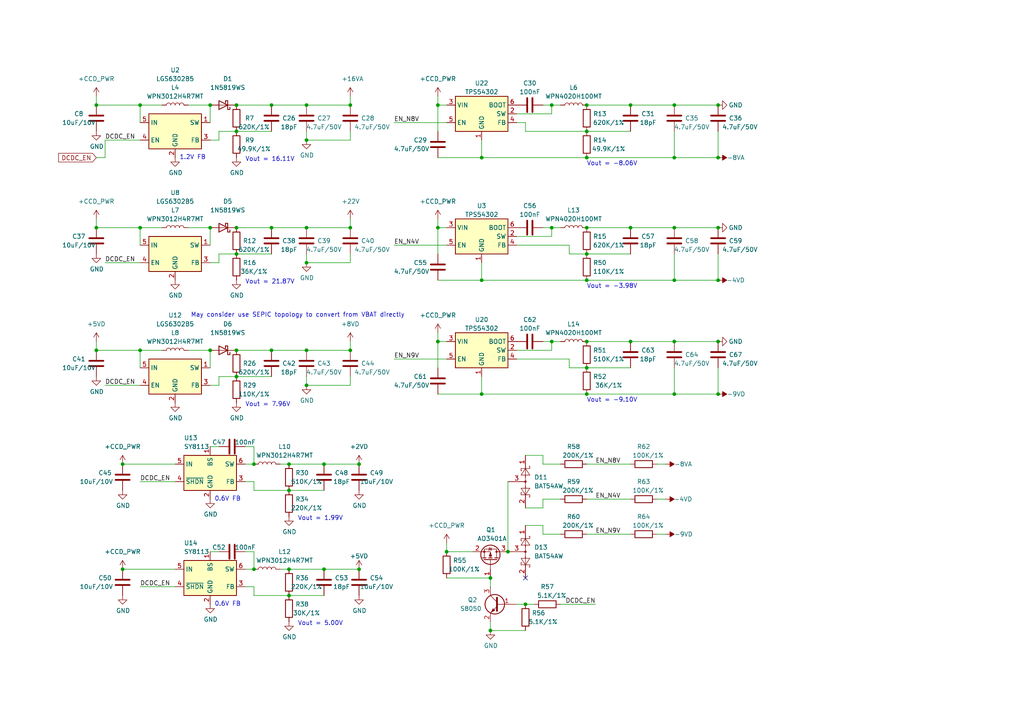
<source format=kicad_sch>
(kicad_sch (version 20231120) (generator "eeschema") (generator_version "8.0")
  (paper "A4")
  (title_block (title "CCD Power Supply") (date "2024-10-05") (rev "R0.12") (company "Copyright 2024 Anhang Li, Wenting Zhang") (comment 2 "MERCHANTABILITY, SATISFACTORY QUALITY AND FITNESS FOR A PARTICULAR PURPOSE.") (comment 3 "This source is distributed WITHOUT ANY EXPRESS OR IMPLIED WARRANTY, INCLUDING OF") (comment 4 "This source describes Open Hardware and is licensed under the CERN-OHL-P v2."))
  (lib_symbols
    (symbol "Device:C" (pin_numbers hide) (pin_names (offset 0.254))
      (property "Reference" "C" (at 0.635 2.54 0))
      (property "Value" "C" (at 0.635 -2.54 0))
      (symbol "C_0_1"
        (polyline (pts (xy -2.032 -0.762) (xy 2.032 -0.762)) (stroke (width 0.508)))
        (polyline (pts (xy -2.032 0.762) (xy 2.032 0.762)) (stroke (width 0.508)))
      )
      (symbol "C_1_1"
        (pin passive line (at 0 3.81 270) (length 2.794) (name "~") (number "1"))
        (pin passive line (at 0 -3.81 90) (length 2.794) (name "~") (number "2"))
      )
    )
    (symbol "Device:L" (pin_numbers hide) (pin_names (offset 1.016) hide)
      (property "Reference" "L" (at -1.27 0 90))
      (property "Value" "L" (at 1.905 0 90))
      (symbol "L_0_1"
        (arc (start 0 -2.54) (mid 0.6323 -1.905) (end 0 -1.27))
        (arc (start 0 -1.27) (mid 0.6323 -0.635) (end 0 0))
        (arc (start 0 0) (mid 0.6323 0.635) (end 0 1.27))
        (arc (start 0 1.27) (mid 0.6323 1.905) (end 0 2.54))
      )
      (symbol "L_1_1"
        (pin passive line (at 0 3.81 270) (length 1.27) (name "1") (number "1"))
        (pin passive line (at 0 -3.81 90) (length 1.27) (name "2") (number "2"))
      )
    )
    (symbol "Device:Q_NPN_BEC" (pin_names (offset 0) hide)
      (property "Reference" "Q" (at 5.08 1.27 0))
      (property "Value" "Q_NPN_BEC" (at 5.08 -1.27 0))
      (symbol "Q_NPN_BEC_0_1"
        (polyline (pts (xy 0.635 0.635) (xy 2.54 2.54)))
        (polyline (pts (xy 0.635 -0.635) (xy 2.54 -2.54) (xy 2.54 -2.54)))
        (polyline (pts (xy 0.635 1.905) (xy 0.635 -1.905) (xy 0.635 -1.905)) (stroke (width 0.508)))
        (polyline (pts (xy 1.27 -1.778) (xy 1.778 -1.27) (xy 2.286 -2.286) (xy 1.27 -1.778) (xy 1.27 -1.778)) (fill (type outline)))
        (circle (center 1.27 0) (radius 2.8194) (stroke (width 0.254)))
      )
      (symbol "Q_NPN_BEC_1_1"
        (pin input line (at -5.08 0 0) (length 5.715) (name "B") (number "1"))
        (pin passive line (at 2.54 -5.08 90) (length 2.54) (name "E") (number "2"))
        (pin passive line (at 2.54 5.08 270) (length 2.54) (name "C") (number "3"))
      )
    )
    (symbol "Device:Q_PMOS_GSD" (pin_names (offset 0) hide)
      (property "Reference" "Q" (at 5.08 1.27 0))
      (property "Value" "Q_PMOS_GSD" (at 5.08 -1.27 0))
      (symbol "Q_PMOS_GSD_0_1"
        (polyline (pts (xy 0.254 0) (xy -2.54 0)))
        (polyline (pts (xy 0.254 1.905) (xy 0.254 -1.905)) (stroke (width 0.254)))
        (polyline (pts (xy 0.762 -1.27) (xy 0.762 -2.286)) (stroke (width 0.254)))
        (polyline (pts (xy 0.762 0.508) (xy 0.762 -0.508)) (stroke (width 0.254)))
        (polyline (pts (xy 0.762 2.286) (xy 0.762 1.27)) (stroke (width 0.254)))
        (polyline (pts (xy 2.54 2.54) (xy 2.54 1.778)))
        (polyline (pts (xy 2.54 -2.54) (xy 2.54 0) (xy 0.762 0)))
        (polyline (pts (xy 0.762 1.778) (xy 3.302 1.778) (xy 3.302 -1.778) (xy 0.762 -1.778)))
        (polyline (pts (xy 2.286 0) (xy 1.27 0.381) (xy 1.27 -0.381) (xy 2.286 0)) (fill (type outline)))
        (polyline (pts (xy 2.794 -0.508) (xy 2.921 -0.381) (xy 3.683 -0.381) (xy 3.81 -0.254)))
        (polyline (pts (xy 3.302 -0.381) (xy 2.921 0.254) (xy 3.683 0.254) (xy 3.302 -0.381)))
        (circle (center 1.651 0) (radius 2.794) (stroke (width 0.254)))
        (circle (center 2.54 -1.778) (radius 0.254) (fill (type outline)))
        (circle (center 2.54 1.778) (radius 0.254) (fill (type outline)))
      )
      (symbol "Q_PMOS_GSD_1_1"
        (pin input line (at -5.08 0 0) (length 2.54) (name "G") (number "1"))
        (pin passive line (at 2.54 -5.08 90) (length 2.54) (name "S") (number "2"))
        (pin passive line (at 2.54 5.08 270) (length 2.54) (name "D") (number "3"))
      )
    )
    (symbol "Device:R" (pin_numbers hide) (pin_names (offset 0))
      (property "Reference" "R" (at 2.032 0 90))
      (property "Value" "R" (at 0 0 90))
      (symbol "R_0_1"
        (rectangle (start -1.016 -2.54) (end 1.016 2.54) (stroke (width 0.254)))
      )
      (symbol "R_1_1"
        (pin passive line (at 0 3.81 270) (length 1.27) (name "~") (number "1"))
        (pin passive line (at 0 -3.81 90) (length 1.27) (name "~") (number "2"))
      )
    )
    (symbol "Diode:1N5819WS" (pin_numbers hide) (pin_names (offset 1.016) hide)
      (property "Reference" "D" (at 0 2.54 0))
      (property "Value" "1N5819WS" (at 0 -2.54 0))
      (symbol "1N5819WS_0_1"
        (polyline (pts (xy 1.27 0) (xy -1.27 0)))
        (polyline (pts (xy 1.27 1.27) (xy 1.27 -1.27) (xy -1.27 0) (xy 1.27 1.27)) (stroke (width 0.254)))
        (polyline (pts (xy -1.905 0.635) (xy -1.905 1.27) (xy -1.27 1.27) (xy -1.27 -1.27) (xy -0.635 -1.27) (xy -0.635 -0.635)) (stroke (width 0.254)))
      )
      (symbol "1N5819WS_1_1"
        (pin passive line (at -3.81 0 0) (length 2.54) (name "K") (number "1"))
        (pin passive line (at 3.81 0 180) (length 2.54) (name "A") (number "2"))
      )
    )
    (symbol "Diode:BAT54AW" (pin_names (offset 1.016))
      (property "Reference" "D" (at 0.635 -3.81 0))
      (property "Value" "BAT54AW" (at -6.35 3.175 0))
      (symbol "BAT54AW_0_1"
        (polyline (pts (xy -4.445 1.27) (xy -4.445 1.016)))
        (polyline (pts (xy -3.81 -1.27) (xy -3.81 1.27)))
        (polyline (pts (xy -3.81 -1.27) (xy -3.175 -1.27)))
        (polyline (pts (xy -3.81 0) (xy -1.27 0)))
        (polyline (pts (xy -3.81 1.27) (xy -4.445 1.27)))
        (polyline (pts (xy -3.175 -1.27) (xy -3.175 -1.016)))
        (polyline (pts (xy -1.905 0) (xy 1.905 0)))
        (polyline (pts (xy 1.27 0) (xy 3.81 0)))
        (polyline (pts (xy 3.175 -1.27) (xy 3.175 -1.016)))
        (polyline (pts (xy 3.81 -1.27) (xy 3.175 -1.27)))
        (polyline (pts (xy 3.81 -1.27) (xy 3.81 1.27)))
        (polyline (pts (xy 3.81 1.27) (xy 4.445 1.27)))
        (polyline (pts (xy 4.445 1.27) (xy 4.445 1.016)))
        (polyline (pts (xy -1.905 1.27) (xy -1.905 -1.27) (xy -3.81 0) (xy -1.905 1.27)))
        (polyline (pts (xy 1.905 1.27) (xy 1.905 -1.27) (xy 3.81 0) (xy 1.905 1.27)))
        (circle (center 0 0) (radius 0.254) (fill (type outline)))
      )
      (symbol "BAT54AW_1_1"
        (pin passive line (at -7.62 0 0) (length 3.81) (name "~") (number "1"))
        (pin passive line (at 7.62 0 180) (length 3.81) (name "~") (number "2"))
        (pin passive line (at 0 -5.08 90) (length 5.08) (name "~") (number "3"))
      )
    )
    (symbol "Regulator_Switching:LGS6302B5"
      (property "Reference" "U" (at -7.62 6.35 0))
      (property "Value" "LGS6302B5" (at 2.54 6.35 0))
      (symbol "LGS6302B5_0_1"
        (rectangle (start -7.62 5.08) (end 7.62 -5.08) (stroke (width 0.254)) (fill (type background)))
      )
      (symbol "LGS6302B5_1_1"
        (pin output line (at 10.16 2.54 180) (length 2.54) (name "SW") (number "1"))
        (pin power_in line (at 0 -7.62 90) (length 2.54) (name "GND") (number "2"))
        (pin input line (at 10.16 -2.54 180) (length 2.54) (name "FB") (number "3"))
        (pin input line (at -10.16 -2.54 0) (length 2.54) (name "EN") (number "4"))
        (pin power_in line (at -10.16 2.54 0) (length 2.54) (name "IN") (number "5"))
      )
    )
    (symbol "Regulator_Switching:TPS54302"
      (property "Reference" "U" (at -7.62 6.35 0))
      (property "Value" "TPS54302" (at 0 6.35 0))
      (symbol "TPS54302_0_1"
        (rectangle (start -7.62 5.08) (end 7.62 -5.08) (stroke (width 0.254)) (fill (type background)))
      )
      (symbol "TPS54302_1_1"
        (pin power_in line (at 0 -7.62 90) (length 2.54) (name "GND") (number "1"))
        (pin power_out line (at 10.16 0 180) (length 2.54) (name "SW") (number "2"))
        (pin power_in line (at -10.16 2.54 0) (length 2.54) (name "VIN") (number "3"))
        (pin input line (at 10.16 -2.54 180) (length 2.54) (name "FB") (number "4"))
        (pin input line (at -10.16 -2.54 0) (length 2.54) (name "EN") (number "5"))
        (pin passive line (at 10.16 2.54 180) (length 2.54) (name "BOOT") (number "6"))
      )
    )
    (symbol "power:+1V8" (power) (pin_names (offset 0))
      (property "Value" "+1V8" (at 0 3.556 0))
      (symbol "+1V8_0_1"
        (polyline (pts (xy -0.762 1.27) (xy 0 2.54)))
        (polyline (pts (xy 0 0) (xy 0 2.54)))
        (polyline (pts (xy 0 2.54) (xy 0.762 1.27)))
      )
      (symbol "+1V8_1_1"
        (pin power_in line (at 0 0 90) (length 0) hide (name "+1V8") (number "1"))
      )
    )
    (symbol "power:GND" (power) (pin_names (offset 0))
      (property "Value" "GND" (at 0 -3.81 0))
      (symbol "GND_0_1"
        (polyline (pts (xy 0 0) (xy 0 -1.27) (xy 1.27 -1.27) (xy 0 -2.54) (xy -1.27 -1.27) (xy 0 -1.27)))
      )
      (symbol "GND_1_1"
        (pin power_in line (at 0 0 270) (length 0) hide (name "GND") (number "1"))
      )
    )
    (symbol "power:VDC" (power) (pin_numbers hide) (pin_names (offset 0) hide)
      (property "Value" "VDC" (at 0 3.556 0))
      (symbol "VDC_0_1"
        (polyline (pts (xy -0.762 1.27) (xy 0 2.54)))
        (polyline (pts (xy 0 0) (xy 0 2.54)))
        (polyline (pts (xy 0 2.54) (xy 0.762 1.27)))
      )
      (symbol "VDC_1_1"
        (pin power_in line (at 0 0 90) (length 0) (name "~") (number "1"))
      )
    )
    (symbol "power:VEE" (power) (pin_numbers hide) (pin_names (offset 0) hide)
      (property "Value" "VEE" (at 0 3.556 0))
      (symbol "VEE_0_1"
        (polyline (pts (xy 0 0) (xy 0 2.54)))
        (polyline (pts (xy 0.762 1.27) (xy -0.762 1.27) (xy 0 2.54) (xy 0.762 1.27)) (fill (type outline)))
      )
      (symbol "VEE_1_1"
        (pin power_in line (at 0 0 90) (length 0) (name "~") (number "1"))
      )
    )
    (symbol "symbols:+5V_EPD" (power) (pin_names (offset 0))
      (property "Value" "+5V_EPD" (at 0 3.556 0))
      (symbol "+5V_EPD_0_1"
        (polyline (pts (xy -0.762 1.27) (xy 0 2.54)))
        (polyline (pts (xy 0 0) (xy 0 2.54)))
        (polyline (pts (xy 0 2.54) (xy 0.762 1.27)))
      )
      (symbol "+5V_EPD_1_1"
        (pin power_in line (at 0 0 90) (length 0) hide (name "+5V_EPD") (number "1"))
      )
    )
    (symbol "symbols:SY8120"
      (property "Reference" "U" (at -7.62 10.16 0))
      (property "Value" "SY8120" (at -10.16 7.62 0))
      (symbol "SY8120_0_1"
        (rectangle (start -7.62 5.08) (end 7.62 -5.08) (stroke (width 0.254)) (fill (type background)))
      )
      (symbol "SY8120_1_1"
        (pin passive line (at 0 7.62 270) (length 2.54) (name "BS") (number "1"))
        (pin power_in line (at 0 -7.62 90) (length 2.54) (name "GND") (number "2"))
        (pin input line (at 10.16 -2.54 180) (length 2.54) (name "FB") (number "3"))
        (pin input line (at -10.16 -2.54 0) (length 2.54) (name "~{SHDN}") (number "4"))
        (pin power_in line (at -10.16 2.54 0) (length 2.54) (name "IN") (number "5"))
        (pin passive line (at 10.16 2.54 180) (length 2.54) (name "SW") (number "6"))
      )
    )
  )
  (junction (at 68.58 109.22) (diameter 0.9144))
  (junction (at 35.56 165.1))
  (junction (at 142.24 167.64))
  (junction (at 68.58 101.6))
  (junction (at 68.58 30.48))
  (junction (at 147.32 160.02))
  (junction (at 40.64 30.48))
  (junction (at 208.28 45.72))
  (junction (at 101.6 101.6))
  (junction (at 195.58 99.06))
  (junction (at 195.58 114.3))
  (junction (at 101.6 30.48))
  (junction (at 60.96 66.04))
  (junction (at 88.9 30.48))
  (junction (at 170.18 99.06))
  (junction (at 104.14 165.1))
  (junction (at 73.66 134.62))
  (junction (at 83.82 134.62) (diameter 0.9144))
  (junction (at 160.02 99.06))
  (junction (at 208.28 99.06))
  (junction (at 93.98 134.62))
  (junction (at 195.58 66.04))
  (junction (at 93.98 165.1))
  (junction (at 152.4 175.26))
  (junction (at 83.82 165.1) (diameter 0.9144))
  (junction (at 104.14 134.62))
  (junction (at 127 66.04))
  (junction (at 88.9 76.2))
  (junction (at 27.94 101.6))
  (junction (at 139.7 114.3))
  (junction (at 170.18 114.3))
  (junction (at 182.88 99.06))
  (junction (at 40.64 66.04))
  (junction (at 101.6 66.04))
  (junction (at 68.58 73.66) (diameter 0.9144))
  (junction (at 27.94 30.48))
  (junction (at 195.58 45.72))
  (junction (at 139.7 45.72))
  (junction (at 88.9 40.64))
  (junction (at 35.56 134.62))
  (junction (at 170.18 66.04))
  (junction (at 208.28 30.48))
  (junction (at 127 99.06))
  (junction (at 127 30.48))
  (junction (at 88.9 111.76))
  (junction (at 170.18 45.72))
  (junction (at 195.58 30.48))
  (junction (at 83.82 172.72) (diameter 0.9144))
  (junction (at 170.18 73.66) (diameter 0.9144))
  (junction (at 170.18 30.48))
  (junction (at 60.96 101.6))
  (junction (at 68.58 38.1) (diameter 0.9144))
  (junction (at 68.58 66.04))
  (junction (at 40.64 101.6))
  (junction (at 129.54 160.02))
  (junction (at 78.74 101.6))
  (junction (at 27.94 66.04))
  (junction (at 139.7 81.28))
  (junction (at 88.9 66.04))
  (junction (at 78.74 66.04))
  (junction (at 182.88 30.48))
  (junction (at 170.18 106.68) (diameter 0.9144))
  (junction (at 142.24 182.88))
  (junction (at 160.02 30.48))
  (junction (at 182.88 66.04))
  (junction (at 208.28 114.3))
  (junction (at 73.66 165.1))
  (junction (at 88.9 101.6))
  (junction (at 208.28 66.04))
  (junction (at 170.18 81.28))
  (junction (at 208.28 81.28))
  (junction (at 195.58 81.28))
  (junction (at 78.74 30.48))
  (junction (at 60.96 30.48))
  (junction (at 83.82 142.24) (diameter 0.9144))
  (junction (at 170.18 38.1) (diameter 0.9144))
  (junction (at 160.02 66.04))
  (no_connect (at 152.4 167.64))
  (wire (pts (xy 149.86 104.14) (xy 165.1 104.14)))
  (wire (pts (xy 83.82 172.72) (xy 73.66 172.72)))
  (wire (pts (xy 129.54 157.48) (xy 129.54 160.02)))
  (wire (pts (xy 157.48 134.62) (xy 157.48 132.08)))
  (wire (pts (xy 208.28 38.1) (xy 208.28 45.72)))
  (wire (pts (xy 73.66 134.62) (xy 71.12 134.62)))
  (wire (pts (xy 160.02 33.02) (xy 160.02 30.48)))
  (wire (pts (xy 149.86 35.56) (xy 152.4 35.56)))
  (wire (pts (xy 63.5 76.2) (xy 63.5 73.66)))
  (wire (pts (xy 170.18 106.68) (xy 182.88 106.68)))
  (wire (pts (xy 139.7 109.22) (xy 139.7 114.3)))
  (wire (pts (xy 35.56 165.1) (xy 50.8 165.1)))
  (wire (pts (xy 195.58 45.72) (xy 208.28 45.72)))
  (wire (pts (xy 30.48 45.72) (xy 27.94 45.72)))
  (wire (pts (xy 127 96.52) (xy 127 99.06)))
  (wire (pts (xy 139.7 45.72) (xy 170.18 45.72)))
  (wire (pts (xy 170.18 144.78) (xy 182.88 144.78)))
  (wire (pts (xy 157.48 99.06) (xy 160.02 99.06)))
  (wire (pts (xy 170.18 134.62) (xy 182.88 134.62)))
  (wire (pts (xy 208.28 73.66) (xy 208.28 81.28)))
  (wire (pts (xy 208.28 106.68) (xy 208.28 114.3)))
  (wire (pts (xy 195.58 106.68) (xy 195.58 114.3)))
  (wire (pts (xy 101.6 63.5) (xy 101.6 66.04)))
  (wire (pts (xy 40.64 30.48) (xy 40.64 35.56)))
  (wire (pts (xy 127 99.06) (xy 127 106.68)))
  (wire (pts (xy 114.3 104.14) (xy 129.54 104.14)))
  (wire (pts (xy 40.64 139.7) (xy 50.8 139.7)))
  (wire (pts (xy 93.98 165.1) (xy 104.14 165.1)))
  (wire (pts (xy 157.48 30.48) (xy 160.02 30.48)))
  (wire (pts (xy 78.74 101.6) (xy 88.9 101.6)))
  (wire (pts (xy 195.58 30.48) (xy 208.28 30.48)))
  (wire (pts (xy 88.9 38.1) (xy 88.9 40.64)))
  (wire (pts (xy 71.12 129.54) (xy 73.66 129.54)))
  (wire (pts (xy 127 30.48) (xy 129.54 30.48)))
  (wire (pts (xy 160.02 66.04) (xy 162.56 66.04)))
  (wire (pts (xy 40.64 170.18) (xy 50.8 170.18)))
  (wire (pts (xy 127 63.5) (xy 127 66.04)))
  (wire (pts (xy 127 45.72) (xy 139.7 45.72)))
  (wire (pts (xy 73.66 139.7) (xy 73.66 142.24)))
  (wire (pts (xy 160.02 99.06) (xy 162.56 99.06)))
  (wire (pts (xy 68.58 73.66) (xy 78.74 73.66)))
  (wire (pts (xy 139.7 40.64) (xy 139.7 45.72)))
  (wire (pts (xy 63.5 40.64) (xy 63.5 38.1)))
  (wire (pts (xy 54.61 101.6) (xy 60.96 101.6)))
  (wire (pts (xy 157.48 152.4) (xy 152.4 152.4)))
  (wire (pts (xy 127 114.3) (xy 139.7 114.3)))
  (wire (pts (xy 83.82 134.62) (xy 93.98 134.62)))
  (wire (pts (xy 149.86 33.02) (xy 160.02 33.02)))
  (wire (pts (xy 101.6 40.64) (xy 88.9 40.64)))
  (wire (pts (xy 83.82 142.24) (xy 93.98 142.24)))
  (wire (pts (xy 157.48 144.78) (xy 157.48 147.32)))
  (wire (pts (xy 63.5 38.1) (xy 68.58 38.1)))
  (wire (pts (xy 129.54 167.64) (xy 142.24 167.64)))
  (wire (pts (xy 127 27.94) (xy 127 30.48)))
  (wire (pts (xy 195.58 81.28) (xy 208.28 81.28)))
  (wire (pts (xy 157.48 134.62) (xy 162.56 134.62)))
  (wire (pts (xy 149.86 175.26) (xy 152.4 175.26)))
  (wire (pts (xy 71.12 170.18) (xy 73.66 170.18)))
  (wire (pts (xy 88.9 109.22) (xy 88.9 111.76)))
  (wire (pts (xy 68.58 101.6) (xy 78.74 101.6)))
  (wire (pts (xy 157.48 154.94) (xy 157.48 152.4)))
  (wire (pts (xy 165.1 71.12) (xy 165.1 73.66)))
  (wire (pts (xy 73.66 170.18) (xy 73.66 172.72)))
  (wire (pts (xy 63.5 111.76) (xy 63.5 109.22)))
  (wire (pts (xy 60.96 66.04) (xy 60.96 71.12)))
  (wire (pts (xy 170.18 30.48) (xy 182.88 30.48)))
  (wire (pts (xy 68.58 66.04) (xy 78.74 66.04)))
  (wire (pts (xy 68.58 30.48) (xy 78.74 30.48)))
  (wire (pts (xy 127 99.06) (xy 129.54 99.06)))
  (wire (pts (xy 93.98 134.62) (xy 104.14 134.62)))
  (wire (pts (xy 170.18 66.04) (xy 182.88 66.04)))
  (wire (pts (xy 160.02 68.58) (xy 160.02 66.04)))
  (wire (pts (xy 30.48 40.64) (xy 40.64 40.64)))
  (wire (pts (xy 190.5 154.94) (xy 193.04 154.94)))
  (wire (pts (xy 101.6 109.22) (xy 101.6 111.76)))
  (wire (pts (xy 40.64 66.04) (xy 40.64 71.12)))
  (wire (pts (xy 157.48 132.08) (xy 152.4 132.08)))
  (wire (pts (xy 157.48 154.94) (xy 162.56 154.94)))
  (wire (pts (xy 152.4 175.26) (xy 154.94 175.26)))
  (wire (pts (xy 195.58 38.1) (xy 195.58 45.72)))
  (wire (pts (xy 40.64 101.6) (xy 40.64 106.68)))
  (wire (pts (xy 170.18 73.66) (xy 182.88 73.66)))
  (wire (pts (xy 157.48 147.32) (xy 152.4 147.32)))
  (wire (pts (xy 101.6 99.06) (xy 101.6 101.6)))
  (wire (pts (xy 195.58 114.3) (xy 208.28 114.3)))
  (wire (pts (xy 149.86 71.12) (xy 165.1 71.12)))
  (wire (pts (xy 60.96 40.64) (xy 63.5 40.64)))
  (wire (pts (xy 54.61 66.04) (xy 60.96 66.04)))
  (wire (pts (xy 101.6 111.76) (xy 88.9 111.76)))
  (wire (pts (xy 35.56 134.62) (xy 50.8 134.62)))
  (wire (pts (xy 127 66.04) (xy 127 73.66)))
  (wire (pts (xy 101.6 38.1) (xy 101.6 40.64)))
  (wire (pts (xy 129.54 160.02) (xy 137.16 160.02)))
  (wire (pts (xy 157.48 66.04) (xy 160.02 66.04)))
  (wire (pts (xy 83.82 172.72) (xy 93.98 172.72)))
  (wire (pts (xy 68.58 109.22) (xy 78.74 109.22)))
  (wire (pts (xy 142.24 180.34) (xy 142.24 182.88)))
  (wire (pts (xy 101.6 76.2) (xy 88.9 76.2)))
  (wire (pts (xy 40.64 66.04) (xy 46.99 66.04)))
  (wire (pts (xy 71.12 160.02) (xy 73.66 160.02)))
  (wire (pts (xy 88.9 101.6) (xy 101.6 101.6)))
  (wire (pts (xy 162.56 175.26) (xy 172.72 175.26)))
  (wire (pts (xy 170.18 38.1) (xy 182.88 38.1)))
  (wire (pts (xy 60.96 111.76) (xy 63.5 111.76)))
  (wire (pts (xy 63.5 73.66) (xy 68.58 73.66)))
  (wire (pts (xy 73.66 129.54) (xy 73.66 134.62)))
  (wire (pts (xy 27.94 63.5) (xy 27.94 66.04)))
  (wire (pts (xy 73.66 160.02) (xy 73.66 165.1)))
  (wire (pts (xy 182.88 30.48) (xy 195.58 30.48)))
  (wire (pts (xy 170.18 81.28) (xy 195.58 81.28)))
  (wire (pts (xy 170.18 99.06) (xy 182.88 99.06)))
  (wire (pts (xy 78.74 66.04) (xy 88.9 66.04)))
  (wire (pts (xy 27.94 30.48) (xy 40.64 30.48)))
  (wire (pts (xy 152.4 38.1) (xy 170.18 38.1)))
  (wire (pts (xy 170.18 154.94) (xy 182.88 154.94)))
  (wire (pts (xy 142.24 182.88) (xy 152.4 182.88)))
  (wire (pts (xy 114.3 71.12) (xy 129.54 71.12)))
  (wire (pts (xy 40.64 101.6) (xy 46.99 101.6)))
  (wire (pts (xy 190.5 134.62) (xy 193.04 134.62)))
  (wire (pts (xy 127 30.48) (xy 127 38.1)))
  (wire (pts (xy 30.48 45.72) (xy 30.48 40.64)))
  (wire (pts (xy 54.61 30.48) (xy 60.96 30.48)))
  (wire (pts (xy 73.66 165.1) (xy 71.12 165.1)))
  (wire (pts (xy 71.12 139.7) (xy 73.66 139.7)))
  (wire (pts (xy 190.5 144.78) (xy 193.04 144.78)))
  (wire (pts (xy 127 81.28) (xy 139.7 81.28)))
  (wire (pts (xy 170.18 45.72) (xy 195.58 45.72)))
  (wire (pts (xy 78.74 30.48) (xy 88.9 30.48)))
  (wire (pts (xy 60.96 160.02) (xy 63.5 160.02)))
  (wire (pts (xy 60.96 101.6) (xy 60.96 106.68)))
  (wire (pts (xy 83.82 134.62) (xy 81.28 134.62)))
  (wire (pts (xy 149.86 101.6) (xy 160.02 101.6)))
  (wire (pts (xy 30.48 76.2) (xy 40.64 76.2)))
  (wire (pts (xy 195.58 66.04) (xy 208.28 66.04)))
  (wire (pts (xy 182.88 66.04) (xy 195.58 66.04)))
  (wire (pts (xy 170.18 106.68) (xy 165.1 106.68)))
  (wire (pts (xy 195.58 73.66) (xy 195.58 81.28)))
  (wire (pts (xy 101.6 73.66) (xy 101.6 76.2)))
  (wire (pts (xy 27.94 101.6) (xy 40.64 101.6)))
  (wire (pts (xy 195.58 99.06) (xy 208.28 99.06)))
  (wire (pts (xy 27.94 99.06) (xy 27.94 101.6)))
  (wire (pts (xy 60.96 76.2) (xy 63.5 76.2)))
  (wire (pts (xy 101.6 27.94) (xy 101.6 30.48)))
  (wire (pts (xy 63.5 109.22) (xy 68.58 109.22)))
  (wire (pts (xy 170.18 73.66) (xy 165.1 73.66)))
  (wire (pts (xy 114.3 35.56) (xy 129.54 35.56)))
  (wire (pts (xy 127 66.04) (xy 129.54 66.04)))
  (wire (pts (xy 68.58 38.1) (xy 78.74 38.1)))
  (wire (pts (xy 60.96 30.48) (xy 60.96 35.56)))
  (wire (pts (xy 182.88 99.06) (xy 195.58 99.06)))
  (wire (pts (xy 88.9 66.04) (xy 101.6 66.04)))
  (wire (pts (xy 27.94 66.04) (xy 40.64 66.04)))
  (wire (pts (xy 157.48 144.78) (xy 162.56 144.78)))
  (wire (pts (xy 149.86 68.58) (xy 160.02 68.58)))
  (wire (pts (xy 139.7 114.3) (xy 170.18 114.3)))
  (wire (pts (xy 83.82 165.1) (xy 81.28 165.1)))
  (wire (pts (xy 170.18 114.3) (xy 195.58 114.3)))
  (wire (pts (xy 160.02 30.48) (xy 162.56 30.48)))
  (wire (pts (xy 152.4 35.56) (xy 152.4 38.1)))
  (wire (pts (xy 147.32 139.7) (xy 147.32 160.02)))
  (wire (pts (xy 30.48 111.76) (xy 40.64 111.76)))
  (wire (pts (xy 60.96 129.54) (xy 63.5 129.54)))
  (wire (pts (xy 165.1 104.14) (xy 165.1 106.68)))
  (wire (pts (xy 139.7 81.28) (xy 170.18 81.28)))
  (wire (pts (xy 88.9 30.48) (xy 101.6 30.48)))
  (wire (pts (xy 139.7 76.2) (xy 139.7 81.28)))
  (wire (pts (xy 83.82 165.1) (xy 93.98 165.1)))
  (wire (pts (xy 142.24 167.64) (xy 142.24 170.18)))
  (wire (pts (xy 160.02 101.6) (xy 160.02 99.06)))
  (wire (pts (xy 27.94 27.94) (xy 27.94 30.48)))
  (wire (pts (xy 88.9 73.66) (xy 88.9 76.2)))
  (wire (pts (xy 40.64 30.48) (xy 46.99 30.48)))
  (wire (pts (xy 83.82 142.24) (xy 73.66 142.24)))
  (text "Vout = -8.06V" (at 170.18 48.26 0) (effects (font (size 1.27 1.27)) (justify left bottom)))
  (text "0.6V FB" (at 66.04 175.26 0) (effects (font (size 1.27 1.27))))
  (text "May consider use SEPIC topology to convert from VBAT directly" (at 86.36 91.44 0) (effects (font (size 1.27 1.27))))
  (text "1.2V FB" (at 55.88 45.72 0) (effects (font (size 1.27 1.27))))
  (text "Vout = 7.96V" (at 71.12 118.11 0) (effects (font (size 1.27 1.27)) (justify left bottom)))
  (text "Vout = 21.87V" (at 71.12 82.55 0) (effects (font (size 1.27 1.27)) (justify left bottom)))
  (text "Vout = -9.10V" (at 170.18 116.84 0) (effects (font (size 1.27 1.27)) (justify left bottom)))
  (text "Vout = 16.11V" (at 71.12 46.99 0) (effects (font (size 1.27 1.27)) (justify left bottom)))
  (text "0.6V FB" (at 66.04 144.78 0) (effects (font (size 1.27 1.27))))
  (text "Vout = 1.99V" (at 86.36 151.13 0) (effects (font (size 1.27 1.27)) (justify left bottom)))
  (text "Vout = 5.00V" (at 86.36 181.61 0) (effects (font (size 1.27 1.27)) (justify left bottom)))
  (text "Vout = -3.98V" (at 170.18 83.82 0) (effects (font (size 1.27 1.27)) (justify left bottom)))
  (label "EN_N9V" (at 114.3 104.14 0))
  (label "DCDC_EN" (at 30.48 76.2 0))
  (label "EN_N4V" (at 172.72 144.78 0))
  (label "EN_N8V" (at 114.3 35.56 0))
  (label "DCDC_EN" (at 30.48 40.64 0))
  (label "DCDC_EN" (at 40.64 170.18 0))
  (label "EN_N9V" (at 172.72 154.94 0))
  (label "DCDC_EN" (at 172.72 175.26 180))
  (label "DCDC_EN" (at 40.64 139.7 0))
  (label "EN_N8V" (at 172.72 134.62 0))
  (label "DCDC_EN" (at 30.48 111.76 0))
  (label "EN_N4V" (at 114.3 71.12 0))
  (global_label "DCDC_EN" (shape input) (at 27.94 45.72 180) (property "Intersheetrefs" "${INTERSHEET_REFS}" (effects (hide yes))))
  (symbol (lib_id "Device:C") (at 182.88 34.29 180) (unit 1)
    (property "Reference" "C31" (at 187.96 33.02 0))
    (property "Value" "18pF" (at 187.96 35.56 0))
    (property "Footprint" "Capacitor_SMD:C_0402_1005Metric" (effects (hide yes)))
  )
  (symbol (lib_id "Regulator_Switching:LGS6302B5") (at 50.8 73.66 0) (unit 1)
    (property "Reference" "U8" (at 50.8 55.88 0))
    (property "Value" "LGS6302B5" (at 50.8 58.42 0))
    (property "Footprint" "Package_TO_SOT_SMD:SOT-23-5" (effects (hide yes)))
    (property "Datasheet" "https://datasheet.lcsc.com/lcsc/2304071430_Legend-Si-LGS6302_C5123975.pdf" (effects (hide yes)))
    (property "Description" "1.5A, 1.2MHz Boost DC/DC Converter, adjustable 3-60V output voltage, SOT-23-5" (effects (hide yes)))
  )
  (symbol (lib_id "Device:R") (at 170.18 34.29 180) (unit 1)
    (property "Reference" "R13" (at 173.99 33.02 0))
    (property "Value" "620K/1%" (at 176.53 35.56 0))
    (property "Footprint" "Resistor_SMD:R_0402_1005Metric" (effects (hide yes)))
  )
  (symbol (lib_id "power:GND") (at 104.14 142.24 0) (unit 1)
    (property "Reference" "#PWR061" (effects (hide yes)))
    (property "Value" "GND" (at 104.267 146.6342 0))
  )
  (symbol (lib_id "power:VEE") (at 193.04 134.62 270) (unit 1)
    (property "Reference" "#PWR0146" (effects (hide yes)))
    (property "Value" "-8VA" (at 195.58 134.62 90) (effects (justify left)))
    (property "Description" "Power symbol creates a global label with name \"VEE\"" (effects (hide yes)))
  )
  (symbol (lib_id "power:VDC") (at 27.94 99.06 0) (unit 1)
    (property "Reference" "#PWR038" (effects (hide yes)))
    (property "Value" "+5VD" (at 27.94 93.98 0))
    (property "Description" "Power symbol creates a global label with name \"VDC\"" (effects (hide yes)))
  )
  (symbol (lib_id "power:GND") (at 104.14 172.72 0) (unit 1)
    (property "Reference" "#PWR0117" (effects (hide yes)))
    (property "Value" "GND" (at 104.267 177.1142 0))
  )
  (symbol (lib_id "power:GND") (at 60.96 175.26 0) (unit 1)
    (property "Reference" "#PWR0114" (effects (hide yes)))
    (property "Value" "GND" (at 61.087 179.6542 0))
  )
  (symbol (lib_id "power:GND") (at 50.8 116.84 0) (unit 1)
    (property "Reference" "#PWR042" (effects (hide yes)))
    (property "Value" "GND" (at 50.927 121.2342 0))
  )
  (symbol (lib_id "power:GND") (at 27.94 38.1 0) (unit 1)
    (property "Reference" "#PWR022" (effects (hide yes)))
    (property "Value" "GND" (at 28.067 42.4942 0))
  )
  (symbol (lib_id "Regulator_Switching:LGS6302B5") (at 50.8 38.1 0) (unit 1)
    (property "Reference" "U2" (at 50.8 20.32 0))
    (property "Value" "LGS6302B5" (at 50.8 22.86 0))
    (property "Footprint" "Package_TO_SOT_SMD:SOT-23-5" (effects (hide yes)))
    (property "Datasheet" "https://datasheet.lcsc.com/lcsc/2304071430_Legend-Si-LGS6302_C5123975.pdf" (effects (hide yes)))
    (property "Description" "1.5A, 1.2MHz Boost DC/DC Converter, adjustable 3-60V output voltage, SOT-23-5" (effects (hide yes)))
  )
  (symbol (lib_id "Device:C") (at 67.31 160.02 270) (unit 1)
    (property "Reference" "C52" (at 63.5 158.75 90))
    (property "Value" "100nF" (at 71.12 158.75 90))
    (property "Footprint" "Capacitor_SMD:C_0402_1005Metric" (effects (hide yes)))
  )
  (symbol (lib_id "Device:C") (at 104.14 168.91 180) (unit 1)
    (property "Reference" "C54" (at 109.22 167.64 0))
    (property "Value" "10uF/10V" (at 109.22 170.18 0))
    (property "Footprint" "Capacitor_SMD:C_0603_1608Metric" (effects (hide yes)))
  )
  (symbol (lib_id "power:VEE") (at 193.04 154.94 270) (unit 1)
    (property "Reference" "#PWR0143" (effects (hide yes)))
    (property "Value" "-9VD" (at 195.58 154.94 90) (effects (justify left)))
    (property "Description" "Power symbol creates a global label with name \"VEE\"" (effects (hide yes)))
  )
  (symbol (lib_id "Device:R") (at 170.18 77.47 180) (unit 1)
    (property "Reference" "R50" (at 173.99 76.2 0))
    (property "Value" "110K/1%" (at 176.53 78.74 0))
    (property "Footprint" "Resistor_SMD:R_0402_1005Metric" (effects (hide yes)))
  )
  (symbol (lib_id "Device:Q_NPN_BEC") (at 144.78 175.26 0) (mirror y) (unit 1)
    (property "Reference" "Q2" (at 138.43 173.99 0) (effects (justify left)))
    (property "Value" "S8050" (at 139.7 176.53 0) (effects (justify left)))
    (property "Footprint" "Package_TO_SOT_SMD:SOT-23" (effects (hide yes)))
  )
  (symbol (lib_id "Device:R") (at 68.58 105.41 180) (unit 1)
    (property "Reference" "R26" (at 72.39 105.41 0))
    (property "Value" "620K/1%" (at 73.66 107.95 0))
    (property "Footprint" "Resistor_SMD:R_0402_1005Metric" (effects (hide yes)))
  )
  (symbol (lib_id "power:GND") (at 88.9 40.64 0) (unit 1)
    (property "Reference" "#PWR025" (effects (hide yes)))
    (property "Value" "GND" (at 89.027 45.0342 0))
  )
  (symbol (lib_id "power:GND") (at 68.58 45.72 0) (unit 1)
    (property "Reference" "#PWR024" (effects (hide yes)))
    (property "Value" "GND" (at 68.707 50.1142 0))
  )
  (symbol (lib_id "Device:R") (at 170.18 41.91 180) (unit 1)
    (property "Reference" "R14" (at 173.99 40.64 0))
    (property "Value" "49.9K/1%" (at 176.53 43.18 0))
    (property "Footprint" "Resistor_SMD:R_0402_1005Metric" (effects (hide yes)))
  )
  (symbol (lib_id "Device:R") (at 158.75 175.26 270) (unit 1)
    (property "Reference" "R57" (at 158.75 170.18 90))
    (property "Value" "5.1K/1%" (at 160.02 172.72 90))
    (property "Footprint" "Resistor_SMD:R_0402_1005Metric" (effects (hide yes)))
  )
  (symbol (lib_id "Device:C") (at 208.28 69.85 180) (unit 1)
    (property "Reference" "C59" (at 213.36 69.85 0))
    (property "Value" "4.7uF/50V" (at 214.63 72.39 0))
    (property "Footprint" "Capacitor_SMD:C_0805_2012Metric" (effects (hide yes)))
  )
  (symbol (lib_id "symbols:SY8120") (at 60.96 137.16 0) (unit 1)
    (property "Reference" "U13" (at 53.34 127 0) (effects (justify left)))
    (property "Value" "SY8113" (at 53.34 129.54 0) (effects (justify left)))
    (property "Footprint" "Package_TO_SOT_SMD:TSOT-23-6" (effects (hide yes)))
  )
  (symbol (lib_id "Device:C") (at 127 41.91 180) (unit 1)
    (property "Reference" "C29" (at 121.92 40.64 0))
    (property "Value" "4.7uF/50V" (at 119.38 43.18 0))
    (property "Footprint" "Capacitor_SMD:C_0805_2012Metric" (effects (hide yes)))
  )
  (symbol (lib_id "Device:R") (at 68.58 69.85 180) (unit 1)
    (property "Reference" "R12" (at 72.39 69.85 0))
    (property "Value" "620K/1%" (at 73.66 72.39 0))
    (property "Footprint" "Resistor_SMD:R_0402_1005Metric" (effects (hide yes)))
  )
  (symbol (lib_id "power:GND") (at 142.24 182.88 0) (unit 1)
    (property "Reference" "#PWR0144" (effects (hide yes)))
    (property "Value" "GND" (at 142.367 187.2742 0))
  )
  (symbol (lib_id "Device:C") (at 182.88 69.85 180) (unit 1)
    (property "Reference" "C57" (at 187.96 68.58 0))
    (property "Value" "18pF" (at 187.96 71.12 0))
    (property "Footprint" "Capacitor_SMD:C_0402_1005Metric" (effects (hide yes)))
  )
  (symbol (lib_id "Device:R") (at 68.58 41.91 180) (unit 1)
    (property "Reference" "R9" (at 72.39 40.64 0))
    (property "Value" "49.9K/1%" (at 73.66 43.18 0))
    (property "Footprint" "Resistor_SMD:R_0402_1005Metric" (effects (hide yes)))
  )
  (symbol (lib_id "power:GND") (at 68.58 81.28 0) (unit 1)
    (property "Reference" "#PWR033" (effects (hide yes)))
    (property "Value" "GND" (at 68.707 85.6742 0))
  )
  (symbol (lib_id "Device:C") (at 93.98 168.91 180) (unit 1)
    (property "Reference" "C53" (at 99.06 167.64 0))
    (property "Value" "18pF" (at 99.06 170.18 0))
    (property "Footprint" "Capacitor_SMD:C_0402_1005Metric" (effects (hide yes)))
  )
  (symbol (lib_id "power:GND") (at 88.9 111.76 0) (unit 1)
    (property "Reference" "#PWR053" (effects (hide yes)))
    (property "Value" "GND" (at 89.027 116.1542 0))
  )
  (symbol (lib_id "power:GND") (at 208.28 66.04 90) (unit 1)
    (property "Reference" "#PWR0124" (effects (hide yes)))
    (property "Value" "GND" (at 213.36 66.04 90))
  )
  (symbol (lib_id "Device:R") (at 166.37 154.94 270) (unit 1)
    (property "Reference" "R60" (at 166.37 149.86 90))
    (property "Value" "200K/1%" (at 167.64 152.4 90))
    (property "Footprint" "Resistor_SMD:R_0402_1005Metric" (effects (hide yes)))
  )
  (symbol (lib_id "power:VDC") (at 101.6 63.5 0) (unit 1)
    (property "Reference" "#PWR036" (effects (hide yes)))
    (property "Value" "+22V" (at 99.06 58.42 0) (effects (justify left)))
    (property "Description" "Power symbol creates a global label with name \"VDC\"" (effects (hide yes)))
  )
  (symbol (lib_id "Device:C") (at 35.56 168.91 180) (unit 1)
    (property "Reference" "C50" (at 30.48 167.64 0))
    (property "Value" "10uF/10V" (at 27.94 170.18 0))
    (property "Footprint" "Capacitor_SMD:C_0603_1608Metric" (effects (hide yes)))
  )
  (symbol (lib_id "Device:C") (at 182.88 102.87 180) (unit 1)
    (property "Reference" "C63" (at 187.96 101.6 0))
    (property "Value" "18pF" (at 187.96 104.14 0))
    (property "Footprint" "Capacitor_SMD:C_0402_1005Metric" (effects (hide yes)))
  )
  (symbol (lib_id "Device:R") (at 68.58 77.47 180) (unit 1)
    (property "Reference" "R16" (at 72.39 76.2 0))
    (property "Value" "36K/1%" (at 73.66 78.74 0))
    (property "Footprint" "Resistor_SMD:R_0402_1005Metric" (effects (hide yes)))
  )
  (symbol (lib_id "Diode:BAT54AW") (at 152.4 139.7 270) (unit 1)
    (property "Reference" "D11" (at 154.94 138.4299 90) (effects (justify left)))
    (property "Value" "BAT54AW" (at 154.94 140.9699 90) (effects (justify left)))
    (property "Footprint" "Package_TO_SOT_SMD:SOT-323_SC-70" (effects (hide yes)))
    (property "Datasheet" "https://assets.nexperia.com/documents/data-sheet/BAT54W_SER.pdf" (effects (hide yes)))
    (property "Description" "Dual schottky barrier diode, common anode, SOT-323" (effects (hide yes)))
  )
  (symbol (lib_id "Device:L") (at 166.37 66.04 90) (unit 1)
    (property "Reference" "L13" (at 166.37 60.96 90))
    (property "Value" "WPN4020H100MT" (at 166.37 63.5 90))
    (property "Footprint" "Inductor_SMD:L_Changjiang_FNR4020S" (effects (hide yes)))
  )
  (symbol (lib_id "Device:R") (at 186.69 144.78 270) (unit 1)
    (property "Reference" "R63" (at 186.69 139.7 90))
    (property "Value" "100K/1%" (at 187.96 142.24 90))
    (property "Footprint" "Resistor_SMD:R_0402_1005Metric" (effects (hide yes)))
  )
  (symbol (lib_id "Diode:BAT54AW") (at 152.4 160.02 270) (unit 1)
    (property "Reference" "D13" (at 154.94 158.7499 90) (effects (justify left)))
    (property "Value" "BAT54AW" (at 154.94 161.2899 90) (effects (justify left)))
    (property "Footprint" "Package_TO_SOT_SMD:SOT-323_SC-70" (effects (hide yes)))
    (property "Datasheet" "https://assets.nexperia.com/documents/data-sheet/BAT54W_SER.pdf" (effects (hide yes)))
    (property "Description" "Dual schottky barrier diode, common anode, SOT-323" (effects (hide yes)))
  )
  (symbol (lib_id "Device:C") (at 78.74 34.29 180) (unit 1)
    (property "Reference" "C26" (at 83.82 34.29 0))
    (property "Value" "18pF" (at 83.82 36.83 0))
    (property "Footprint" "Capacitor_SMD:C_0402_1005Metric" (effects (hide yes)))
  )
  (symbol (lib_id "Device:L") (at 50.8 66.04 90) (unit 1)
    (property "Reference" "L7" (at 50.8 60.96 90))
    (property "Value" "WPN3012H4R7MT" (at 50.8 63.5 90))
    (property "Footprint" "Inductor_SMD:L_Changjiang_FNR3012S" (effects (hide yes)))
  )
  (symbol (lib_id "Device:R") (at 186.69 154.94 270) (unit 1)
    (property "Reference" "R64" (at 186.69 149.86 90))
    (property "Value" "100K/1%" (at 187.96 152.4 90))
    (property "Footprint" "Resistor_SMD:R_0402_1005Metric" (effects (hide yes)))
  )
  (symbol (lib_id "symbols:+5V_EPD") (at 27.94 63.5 0) (unit 1)
    (property "Reference" "#PWR026" (effects (hide yes)))
    (property "Value" "+CCD_PWR" (at 27.94 58.42 0))
  )
  (symbol (lib_id "Device:R") (at 129.54 163.83 180) (unit 1)
    (property "Reference" "R55" (at 133.35 162.56 0))
    (property "Value" "100K/1%" (at 134.62 165.1 0))
    (property "Footprint" "Resistor_SMD:R_0402_1005Metric" (effects (hide yes)))
  )
  (symbol (lib_id "Device:C") (at 27.94 34.29 0) (mirror x) (unit 1)
    (property "Reference" "C8" (at 22.86 33.02 0))
    (property "Value" "10uF/10V" (at 22.86 35.56 0))
    (property "Footprint" "Capacitor_SMD:C_0603_1608Metric" (effects (hide yes)))
  )
  (symbol (lib_id "Device:C") (at 208.28 102.87 180) (unit 1)
    (property "Reference" "C67" (at 213.36 102.87 0))
    (property "Value" "4.7uF/50V" (at 214.63 105.41 0))
    (property "Footprint" "Capacitor_SMD:C_0805_2012Metric" (effects (hide yes)))
  )
  (symbol (lib_id "symbols:+5V_EPD") (at 127 63.5 0) (unit 1)
    (property "Reference" "#PWR030" (effects (hide yes)))
    (property "Value" "+CCD_PWR" (at 127 58.42 0))
  )
  (symbol (lib_id "Device:R") (at 186.69 134.62 270) (unit 1)
    (property "Reference" "R62" (at 186.69 129.54 90))
    (property "Value" "100K/1%" (at 187.96 132.08 90))
    (property "Footprint" "Resistor_SMD:R_0402_1005Metric" (effects (hide yes)))
  )
  (symbol (lib_id "power:VDC") (at 101.6 27.94 0) (unit 1)
    (property "Reference" "#PWR0105" (effects (hide yes)))
    (property "Value" "+16VA" (at 99.06 22.86 0) (effects (justify left)))
    (property "Description" "Power symbol creates a global label with name \"VDC\"" (effects (hide yes)))
  )
  (symbol (lib_id "Device:R") (at 83.82 168.91 180) (unit 1)
    (property "Reference" "R36" (at 87.63 167.64 0))
    (property "Value" "220K/1%" (at 88.9 170.18 0))
    (property "Footprint" "Resistor_SMD:R_0402_1005Metric" (effects (hide yes)))
  )
  (symbol (lib_id "Device:L") (at 77.47 134.62 90) (unit 1)
    (property "Reference" "L10" (at 82.55 129.54 90))
    (property "Value" "WPN3012H4R7MT" (at 82.55 132.08 90))
    (property "Footprint" "Inductor_SMD:L_Changjiang_FNR3012S" (effects (hide yes)))
  )
  (symbol (lib_id "Device:L") (at 77.47 165.1 90) (unit 1)
    (property "Reference" "L12" (at 82.55 160.02 90))
    (property "Value" "WPN3012H4R7MT" (at 82.55 162.56 90))
    (property "Footprint" "Inductor_SMD:L_Changjiang_FNR3012S" (effects (hide yes)))
  )
  (symbol (lib_id "power:VEE") (at 193.04 144.78 270) (unit 1)
    (property "Reference" "#PWR0145" (effects (hide yes)))
    (property "Value" "-4VD" (at 198.12 144.78 90))
    (property "Description" "Power symbol creates a global label with name \"VEE\"" (effects (hide yes)))
  )
  (symbol (lib_id "Device:C") (at 78.74 105.41 180) (unit 1)
    (property "Reference" "C42" (at 83.82 105.41 0))
    (property "Value" "18pF" (at 83.82 107.95 0))
    (property "Footprint" "Capacitor_SMD:C_0402_1005Metric" (effects (hide yes)))
  )
  (symbol (lib_id "Device:C") (at 88.9 34.29 180) (unit 1)
    (property "Reference" "C27" (at 93.98 34.29 0))
    (property "Value" "4.7uF/50V" (at 93.98 36.83 0))
    (property "Footprint" "Capacitor_SMD:C_0805_2012Metric" (effects (hide yes)))
  )
  (symbol (lib_id "power:GND") (at 88.9 76.2 0) (unit 1)
    (property "Reference" "#PWR034" (effects (hide yes)))
    (property "Value" "GND" (at 89.027 80.5942 0))
  )
  (symbol (lib_id "Regulator_Switching:TPS54302") (at 139.7 101.6 0) (unit 1)
    (property "Reference" "U20" (at 139.7 92.71 0))
    (property "Value" "TPS54302" (at 139.7 95.25 0))
    (property "Footprint" "Package_TO_SOT_SMD:SOT-23-6" (effects (hide yes)))
    (property "Datasheet" "http://www.ti.com/lit/ds/symlink/tps54302.pdf" (effects (hide yes)))
    (property "Description" "3A, 4.5 to 28V Input, EMI Friendly integrated switch synchronous step-down regulator, pulse-skipping, SOT-23-6" (effects (hide yes)))
  )
  (symbol (lib_id "Device:C") (at 153.67 30.48 270) (unit 1)
    (property "Reference" "C30" (at 153.67 24.13 90))
    (property "Value" "100nF" (at 153.67 26.67 90))
    (property "Footprint" "Capacitor_SMD:C_0402_1005Metric" (effects (hide yes)))
  )
  (symbol (lib_id "Device:R") (at 166.37 134.62 270) (unit 1)
    (property "Reference" "R58" (at 166.37 129.54 90))
    (property "Value" "200K/1%" (at 167.64 132.08 90))
    (property "Footprint" "Resistor_SMD:R_0402_1005Metric" (effects (hide yes)))
  )
  (symbol (lib_id "Device:C") (at 88.9 105.41 180) (unit 1)
    (property "Reference" "C43" (at 93.98 105.41 0))
    (property "Value" "4.7uF/50V" (at 93.98 107.95 0))
    (property "Footprint" "Capacitor_SMD:C_0805_2012Metric" (effects (hide yes)))
  )
  (symbol (lib_id "Device:R") (at 68.58 113.03 180) (unit 1)
    (property "Reference" "R29" (at 72.39 111.76 0))
    (property "Value" "110K/1%" (at 73.66 114.3 0))
    (property "Footprint" "Resistor_SMD:R_0402_1005Metric" (effects (hide yes)))
  )
  (symbol (lib_id "Device:C") (at 78.74 69.85 180) (unit 1)
    (property "Reference" "C38" (at 83.82 69.85 0))
    (property "Value" "18pF" (at 83.82 72.39 0))
    (property "Footprint" "Capacitor_SMD:C_0402_1005Metric" (effects (hide yes)))
  )
  (symbol (lib_id "Device:R") (at 83.82 146.05 180) (unit 1)
    (property "Reference" "R34" (at 87.63 144.78 0))
    (property "Value" "220K/1%" (at 88.9 147.32 0))
    (property "Footprint" "Resistor_SMD:R_0402_1005Metric" (effects (hide yes)))
  )
  (symbol (lib_id "power:VEE") (at 208.28 114.3 270) (unit 1)
    (property "Reference" "#PWR0160" (effects (hide yes)))
    (property "Value" "-9VD" (at 210.82 114.3 90) (effects (justify left)))
    (property "Description" "Power symbol creates a global label with name \"VEE\"" (effects (hide yes)))
  )
  (symbol (lib_id "power:VDC") (at 104.14 134.62 0) (unit 1)
    (property "Reference" "#PWR0156" (effects (hide yes)))
    (property "Value" "+2VD" (at 104.14 129.54 0))
    (property "Description" "Power symbol creates a global label with name \"VDC\"" (effects (hide yes)))
  )
  (symbol (lib_id "Device:R") (at 68.58 34.29 180) (unit 1)
    (property "Reference" "R7" (at 72.39 34.29 0))
    (property "Value" "620K/1%" (at 73.66 36.83 0))
    (property "Footprint" "Resistor_SMD:R_0402_1005Metric" (effects (hide yes)))
  )
  (symbol (lib_id "power:GND") (at 83.82 180.34 0) (unit 1)
    (property "Reference" "#PWR0115" (effects (hide yes)))
    (property "Value" "GND" (at 83.947 184.7342 0))
  )
  (symbol (lib_id "symbols:+5V_EPD") (at 35.56 134.62 0) (unit 1)
    (property "Reference" "#PWR055" (effects (hide yes)))
    (property "Value" "+CCD_PWR" (at 35.56 129.54 0))
  )
  (symbol (lib_id "Device:R") (at 170.18 69.85 180) (unit 1)
    (property "Reference" "R15" (at 173.99 68.58 0))
    (property "Value" "620K/1%" (at 176.53 71.12 0))
    (property "Footprint" "Resistor_SMD:R_0402_1005Metric" (effects (hide yes)))
  )
  (symbol (lib_id "Diode:1N5819WS") (at 64.77 66.04 180) (unit 1)
    (property "Reference" "D5" (at 66.04 58.42 0))
    (property "Value" "1N5819WS" (at 66.04 60.96 0))
    (property "Footprint" "Diode_SMD:D_SOD-323" (effects (hide yes)))
  )
  (symbol (lib_id "Device:R") (at 170.18 110.49 180) (unit 1)
    (property "Reference" "R52" (at 173.99 109.22 0))
    (property "Value" "36K/1%" (at 176.53 111.76 0))
    (property "Footprint" "Resistor_SMD:R_0402_1005Metric" (effects (hide yes)))
  )
  (symbol (lib_id "power:GND") (at 35.56 172.72 0) (unit 1)
    (property "Reference" "#PWR0108" (effects (hide yes)))
    (property "Value" "GND" (at 35.687 177.1142 0))
  )
  (symbol (lib_id "Device:C") (at 127 77.47 180) (unit 1)
    (property "Reference" "C55" (at 121.92 76.2 0))
    (property "Value" "4.7uF/50V" (at 119.38 78.74 0))
    (property "Footprint" "Capacitor_SMD:C_0805_2012Metric" (effects (hide yes)))
  )
  (symbol (lib_id "power:GND") (at 208.28 30.48 90) (unit 1)
    (property "Reference" "#PWR029" (effects (hide yes)))
    (property "Value" "GND" (at 213.36 30.48 90))
  )
  (symbol (lib_id "Device:C") (at 67.31 129.54 270) (unit 1)
    (property "Reference" "C47" (at 63.5 128.27 90))
    (property "Value" "100nF" (at 71.12 128.27 90))
    (property "Footprint" "Capacitor_SMD:C_0402_1005Metric" (effects (hide yes)))
  )
  (symbol (lib_id "Device:L") (at 50.8 30.48 90) (unit 1)
    (property "Reference" "L4" (at 50.8 25.4 90))
    (property "Value" "WPN3012H4R7MT" (at 50.8 27.94 90))
    (property "Footprint" "Inductor_SMD:L_Changjiang_FNR3012S" (effects (hide yes)))
  )
  (symbol (lib_id "symbols:+5V_EPD") (at 35.56 165.1 0) (unit 1)
    (property "Reference" "#PWR094" (effects (hide yes)))
    (property "Value" "+CCD_PWR" (at 35.56 160.02 0))
  )
  (symbol (lib_id "Device:C") (at 153.67 66.04 270) (unit 1)
    (property "Reference" "C56" (at 153.67 59.69 90))
    (property "Value" "100nF" (at 153.67 62.23 90))
    (property "Footprint" "Capacitor_SMD:C_0402_1005Metric" (effects (hide yes)))
  )
  (symbol (lib_id "Device:C") (at 35.56 138.43 180) (unit 1)
    (property "Reference" "C45" (at 30.48 137.16 0))
    (property "Value" "10uF/10V" (at 27.94 139.7 0))
    (property "Footprint" "Capacitor_SMD:C_0603_1608Metric" (effects (hide yes)))
  )
  (symbol (lib_id "Device:C") (at 27.94 105.41 0) (mirror x) (unit 1)
    (property "Reference" "C41" (at 22.86 104.14 0))
    (property "Value" "10uF/10V" (at 22.86 106.68 0))
    (property "Footprint" "Capacitor_SMD:C_0603_1608Metric" (effects (hide yes)))
  )
  (symbol (lib_id "Diode:1N5819WS") (at 64.77 30.48 180) (unit 1)
    (property "Reference" "D1" (at 66.04 22.86 0))
    (property "Value" "1N5819WS" (at 66.04 25.4 0))
    (property "Footprint" "Diode_SMD:D_SOD-323" (effects (hide yes)))
  )
  (symbol (lib_id "power:GND") (at 68.58 116.84 0) (unit 1)
    (property "Reference" "#PWR044" (effects (hide yes)))
    (property "Value" "GND" (at 68.707 121.2342 0))
  )
  (symbol (lib_id "Device:R") (at 83.82 176.53 180) (unit 1)
    (property "Reference" "R38" (at 87.63 175.26 0))
    (property "Value" "30K/1%" (at 88.9 177.8 0))
    (property "Footprint" "Resistor_SMD:R_0402_1005Metric" (effects (hide yes)))
  )
  (symbol (lib_id "power:GND") (at 50.8 81.28 0) (unit 1)
    (property "Reference" "#PWR032" (effects (hide yes)))
    (property "Value" "GND" (at 50.927 85.6742 0))
  )
  (symbol (lib_id "power:VEE") (at 208.28 81.28 270) (unit 1)
    (property "Reference" "#PWR0164" (effects (hide yes)))
    (property "Value" "-4VD" (at 213.36 81.28 90))
    (property "Description" "Power symbol creates a global label with name \"VEE\"" (effects (hide yes)))
  )
  (symbol (lib_id "power:GND") (at 27.94 109.22 0) (unit 1)
    (property "Reference" "#PWR040" (effects (hide yes)))
    (property "Value" "GND" (at 28.067 113.6142 0))
  )
  (symbol (lib_id "Device:C") (at 101.6 34.29 180) (unit 1)
    (property "Reference" "C28" (at 106.68 34.29 0))
    (property "Value" "4.7uF/50V" (at 107.95 36.83 0))
    (property "Footprint" "Capacitor_SMD:C_0805_2012Metric" (effects (hide yes)))
  )
  (symbol (lib_id "symbols:+5V_EPD") (at 129.54 157.48 0) (unit 1)
    (property "Reference" "#PWR0141" (effects (hide yes)))
    (property "Value" "+CCD_PWR" (at 129.54 152.4 0))
  )
  (symbol (lib_id "Device:C") (at 104.14 138.43 180) (unit 1)
    (property "Reference" "C49" (at 109.22 137.16 0))
    (property "Value" "10uF/10V" (at 109.22 139.7 0))
    (property "Footprint" "Capacitor_SMD:C_0603_1608Metric" (effects (hide yes)))
  )
  (symbol (lib_id "Device:C") (at 101.6 105.41 180) (unit 1)
    (property "Reference" "C44" (at 106.68 105.41 0))
    (property "Value" "4.7uF/50V" (at 107.95 107.95 0))
    (property "Footprint" "Capacitor_SMD:C_0805_2012Metric" (effects (hide yes)))
  )
  (symbol (lib_id "Device:L") (at 50.8 101.6 90) (unit 1)
    (property "Reference" "L8" (at 50.8 96.52 90))
    (property "Value" "WPN3012H4R7MT" (at 50.8 99.06 90))
    (property "Footprint" "Inductor_SMD:L_Changjiang_FNR3012S" (effects (hide yes)))
  )
  (symbol (lib_id "symbols:+5V_EPD") (at 27.94 27.94 0) (unit 1)
    (property "Reference" "#PWR04" (effects (hide yes)))
    (property "Value" "+CCD_PWR" (at 27.94 22.86 0))
  )
  (symbol (lib_id "Device:L") (at 166.37 30.48 90) (unit 1)
    (property "Reference" "L6" (at 166.37 25.4 90))
    (property "Value" "WPN4020H100MT" (at 166.37 27.94 90))
    (property "Footprint" "Inductor_SMD:L_Changjiang_FNR4020S" (effects (hide yes)))
  )
  (symbol (lib_id "Device:L") (at 166.37 99.06 90) (unit 1)
    (property "Reference" "L14" (at 166.37 93.98 90))
    (property "Value" "WPN4020H100MT" (at 166.37 96.52 90))
    (property "Footprint" "Inductor_SMD:L_Changjiang_FNR4020S" (effects (hide yes)))
  )
  (symbol (lib_id "symbols:+5V_EPD") (at 127 27.94 0) (unit 1)
    (property "Reference" "#PWR028" (effects (hide yes)))
    (property "Value" "+CCD_PWR" (at 127 22.86 0))
  )
  (symbol (lib_id "Device:C") (at 27.94 69.85 0) (mirror x) (unit 1)
    (property "Reference" "C37" (at 22.86 68.58 0))
    (property "Value" "10uF/10V" (at 22.86 71.12 0))
    (property "Footprint" "Capacitor_SMD:C_0603_1608Metric" (effects (hide yes)))
  )
  (symbol (lib_id "Device:C") (at 101.6 69.85 180) (unit 1)
    (property "Reference" "C40" (at 106.68 69.85 0))
    (property "Value" "4.7uF/50V" (at 107.95 72.39 0))
    (property "Footprint" "Capacitor_SMD:C_0805_2012Metric" (effects (hide yes)))
  )
  (symbol (lib_id "power:GND") (at 27.94 73.66 0) (unit 1)
    (property "Reference" "#PWR031" (effects (hide yes)))
    (property "Value" "GND" (at 28.067 78.0542 0))
  )
  (symbol (lib_id "symbols:SY8120") (at 60.96 167.64 0) (unit 1)
    (property "Reference" "U14" (at 53.34 157.48 0) (effects (justify left)))
    (property "Value" "SY8113" (at 53.34 160.02 0) (effects (justify left)))
    (property "Footprint" "Package_TO_SOT_SMD:TSOT-23-6" (effects (hide yes)))
  )
  (symbol (lib_id "Device:C") (at 195.58 69.85 180) (unit 1)
    (property "Reference" "C58" (at 200.66 69.85 0))
    (property "Value" "4.7uF/50V" (at 200.66 72.39 0))
    (property "Footprint" "Capacitor_SMD:C_0805_2012Metric" (effects (hide yes)))
  )
  (symbol (lib_id "Regulator_Switching:TPS54302") (at 139.7 68.58 0) (unit 1)
    (property "Reference" "U3" (at 139.7 59.69 0))
    (property "Value" "TPS54302" (at 139.7 62.23 0))
    (property "Footprint" "Package_TO_SOT_SMD:SOT-23-6" (effects (hide yes)))
    (property "Datasheet" "http://www.ti.com/lit/ds/symlink/tps54302.pdf" (effects (hide yes)))
    (property "Description" "3A, 4.5 to 28V Input, EMI Friendly integrated switch synchronous step-down regulator, pulse-skipping, SOT-23-6" (effects (hide yes)))
  )
  (symbol (lib_id "Device:R") (at 170.18 102.87 180) (unit 1)
    (property "Reference" "R51" (at 173.99 101.6 0))
    (property "Value" "510K/1%" (at 176.53 104.14 0))
    (property "Footprint" "Resistor_SMD:R_0402_1005Metric" (effects (hide yes)))
  )
  (symbol (lib_id "Device:R") (at 83.82 138.43 180) (unit 1)
    (property "Reference" "R30" (at 87.63 137.16 0))
    (property "Value" "510K/1%" (at 88.9 139.7 0))
    (property "Footprint" "Resistor_SMD:R_0402_1005Metric" (effects (hide yes)))
  )
  (symbol (lib_id "Device:C") (at 195.58 102.87 180) (unit 1)
    (property "Reference" "C64" (at 200.66 102.87 0))
    (property "Value" "4.7uF/50V" (at 200.66 105.41 0))
    (property "Footprint" "Capacitor_SMD:C_0805_2012Metric" (effects (hide yes)))
  )
  (symbol (lib_id "power:+1V8") (at 104.14 165.1 0) (unit 1)
    (property "Reference" "#PWR0116" (effects (hide yes)))
    (property "Value" "+5VD" (at 104.14 161.29 0))
  )
  (symbol (lib_id "power:GND") (at 208.28 99.06 90) (unit 1)
    (property "Reference" "#PWR0135" (effects (hide yes)))
    (property "Value" "GND" (at 213.36 99.06 90))
  )
  (symbol (lib_id "power:GND") (at 35.56 142.24 0) (unit 1)
    (property "Reference" "#PWR056" (effects (hide yes)))
    (property "Value" "GND" (at 35.687 146.6342 0))
  )
  (symbol (lib_id "power:GND") (at 60.96 144.78 0) (unit 1)
    (property "Reference" "#PWR057" (effects (hide yes)))
    (property "Value" "GND" (at 61.087 149.1742 0))
  )
  (symbol (lib_id "symbols:+5V_EPD") (at 127 96.52 0) (unit 1)
    (property "Reference" "#PWR059" (effects (hide yes)))
    (property "Value" "+CCD_PWR" (at 127 91.44 0))
  )
  (symbol (lib_id "power:VEE") (at 208.28 45.72 270) (unit 1)
    (property "Reference" "#PWR0158" (effects (hide yes)))
    (property "Value" "-8VA" (at 210.82 45.72 90) (effects (justify left)))
    (property "Description" "Power symbol creates a global label with name \"VEE\"" (effects (hide yes)))
  )
  (symbol (lib_id "Regulator_Switching:TPS54302") (at 139.7 33.02 0) (unit 1)
    (property "Reference" "U22" (at 139.7 24.13 0))
    (property "Value" "TPS54302" (at 139.7 26.67 0))
    (property "Footprint" "Package_TO_SOT_SMD:SOT-23-6" (effects (hide yes)))
    (property "Datasheet" "http://www.ti.com/lit/ds/symlink/tps54302.pdf" (effects (hide yes)))
    (property "Description" "3A, 4.5 to 28V Input, EMI Friendly integrated switch synchronous step-down regulator, pulse-skipping, SOT-23-6" (effects (hide yes)))
  )
  (symbol (lib_id "power:GND") (at 50.8 45.72 0) (unit 1)
    (property "Reference" "#PWR023" (effects (hide yes)))
    (property "Value" "GND" (at 50.927 50.1142 0))
  )
  (symbol (lib_id "Device:C") (at 93.98 138.43 180) (unit 1)
    (property "Reference" "C48" (at 99.06 137.16 0))
    (property "Value" "18pF" (at 99.06 139.7 0))
    (property "Footprint" "Capacitor_SMD:C_0402_1005Metric" (effects (hide yes)))
  )
  (symbol (lib_id "Device:C") (at 208.28 34.29 180) (unit 1)
    (property "Reference" "C36" (at 213.36 34.29 0))
    (property "Value" "4.7uF/50V" (at 214.63 36.83 0))
    (property "Footprint" "Capacitor_SMD:C_0805_2012Metric" (effects (hide yes)))
  )
  (symbol (lib_id "Device:C") (at 88.9 69.85 180) (unit 1)
    (property "Reference" "C39" (at 93.98 69.85 0))
    (property "Value" "4.7uF/50V" (at 93.98 72.39 0))
    (property "Footprint" "Capacitor_SMD:C_0805_2012Metric" (effects (hide yes)))
  )
  (symbol (lib_id "Device:C") (at 195.58 34.29 180) (unit 1)
    (property "Reference" "C35" (at 200.66 34.29 0))
    (property "Value" "4.7uF/50V" (at 200.66 36.83 0))
    (property "Footprint" "Capacitor_SMD:C_0805_2012Metric" (effects (hide yes)))
  )
  (symbol (lib_id "Device:C") (at 153.67 99.06 270) (unit 1)
    (property "Reference" "C62" (at 153.67 92.71 90))
    (property "Value" "100nF" (at 153.67 95.25 90))
    (property "Footprint" "Capacitor_SMD:C_0402_1005Metric" (effects (hide yes)))
  )
  (symbol (lib_id "Device:R") (at 152.4 179.07 180) (unit 1)
    (property "Reference" "R56" (at 156.21 177.8 0))
    (property "Value" "5.1K/1%" (at 157.48 180.34 0))
    (property "Footprint" "Resistor_SMD:R_0402_1005Metric" (effects (hide yes)))
  )
  (symbol (lib_id "power:VDC") (at 101.6 99.06 0) (unit 1)
    (property "Reference" "#PWR0111" (effects (hide yes)))
    (property "Value" "+8VD" (at 101.6 93.98 0))
    (property "Description" "Power symbol creates a global label with name \"VDC\"" (effects (hide yes)))
  )
  (symbol (lib_id "Device:Q_PMOS_GSD") (at 142.24 162.56 270) (mirror x) (unit 1)
    (property "Reference" "Q1" (at 140.97 153.67 90) (effects (justify left)))
    (property "Value" "AO3401A" (at 138.43 156.21 90) (effects (justify left)))
    (property "Footprint" "Package_TO_SOT_SMD:SOT-23" (effects (hide yes)))
  )
  (symbol (lib_id "Device:C") (at 127 110.49 180) (unit 1)
    (property "Reference" "C61" (at 121.92 109.22 0))
    (property "Value" "4.7uF/50V" (at 119.38 111.76 0))
    (property "Footprint" "Capacitor_SMD:C_0805_2012Metric" (effects (hide yes)))
  )
  (symbol (lib_id "Device:R") (at 166.37 144.78 270) (unit 1)
    (property "Reference" "R59" (at 166.37 139.7 90))
    (property "Value" "200K/1%" (at 167.64 142.24 90))
    (property "Footprint" "Resistor_SMD:R_0402_1005Metric" (effects (hide yes)))
  )
  (symbol (lib_id "Regulator_Switching:LGS6302B5") (at 50.8 109.22 0) (unit 1)
    (property "Reference" "U12" (at 50.8 91.44 0))
    (property "Value" "LGS6302B5" (at 50.8 93.98 0))
    (property "Footprint" "Package_TO_SOT_SMD:SOT-23-5" (effects (hide yes)))
    (property "Datasheet" "https://datasheet.lcsc.com/lcsc/2304071430_Legend-Si-LGS6302_C5123975.pdf" (effects (hide yes)))
    (property "Description" "1.5A, 1.2MHz Boost DC/DC Converter, adjustable 3-60V output voltage, SOT-23-5" (effects (hide yes)))
  )
  (symbol (lib_id "power:GND") (at 83.82 149.86 0) (unit 1)
    (property "Reference" "#PWR058" (effects (hide yes)))
    (property "Value" "GND" (at 83.947 154.2542 0))
  )
  (symbol (lib_id "Diode:1N5819WS") (at 64.77 101.6 180) (unit 1)
    (property "Reference" "D6" (at 66.04 93.98 0))
    (property "Value" "1N5819WS" (at 66.04 96.52 0))
    (property "Footprint" "Diode_SMD:D_SOD-323" (effects (hide yes)))
  )
)
</source>
